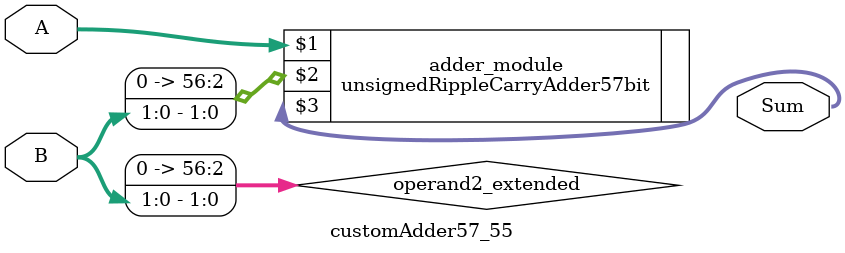
<source format=v>
module customAdder57_55(
                        input [56 : 0] A,
                        input [1 : 0] B,
                        
                        output [57 : 0] Sum
                );

        wire [56 : 0] operand2_extended;
        
        assign operand2_extended =  {55'b0, B};
        
        unsignedRippleCarryAdder57bit adder_module(
            A,
            operand2_extended,
            Sum
        );
        
        endmodule
        
</source>
